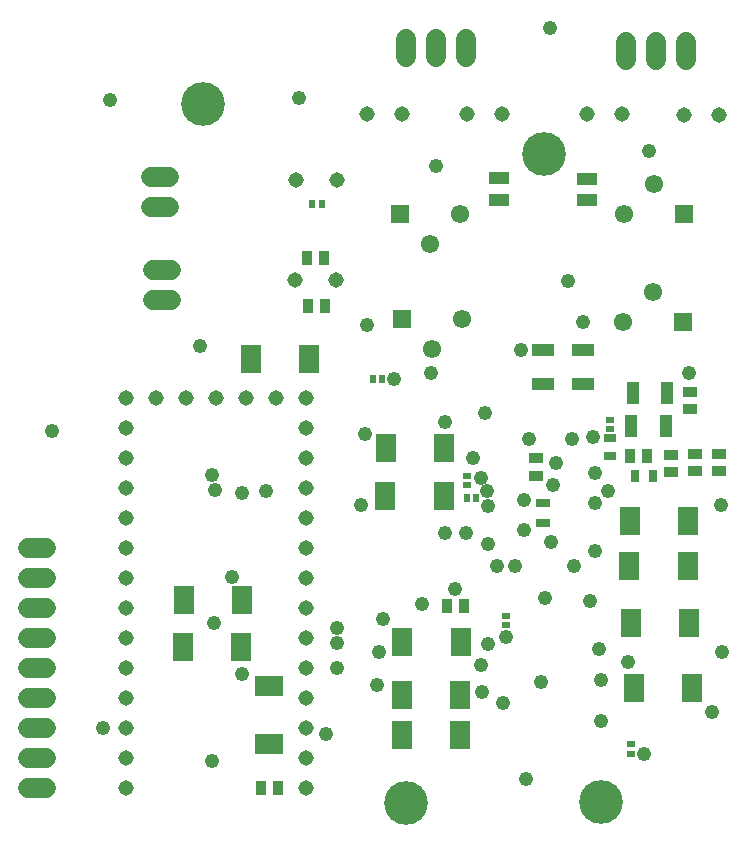
<source format=gbr>
G04 EAGLE Gerber RS-274X export*
G75*
%MOMM*%
%FSLAX34Y34*%
%LPD*%
%INSoldermask Top*%
%IPPOS*%
%AMOC8*
5,1,8,0,0,1.08239X$1,22.5*%
G01*
%ADD10C,3.703200*%
%ADD11R,0.914400X1.168400*%
%ADD12R,1.168400X0.914400*%
%ADD13R,0.533200X0.803200*%
%ADD14R,0.803200X0.533200*%
%ADD15R,1.006400X1.953200*%
%ADD16R,1.803400X2.413000*%
%ADD17R,0.703200X1.003200*%
%ADD18R,1.003200X0.703200*%
%ADD19C,1.311200*%
%ADD20R,1.653200X1.006400*%
%ADD21R,1.953200X1.006400*%
%ADD22R,1.549400X1.549400*%
%ADD23C,1.549400*%
%ADD24C,1.727200*%
%ADD25R,1.203200X0.756400*%
%ADD26R,2.413000X1.803400*%
%ADD27C,1.209600*%


D10*
X365760Y35560D03*
X482600Y585470D03*
X530860Y36830D03*
X194310Y627380D03*
D11*
X282256Y497065D03*
X296734Y497065D03*
X243602Y48352D03*
X258080Y48352D03*
D12*
X606891Y369385D03*
X606891Y383863D03*
D11*
X283145Y456047D03*
X297623Y456047D03*
D13*
X295260Y542760D03*
X286960Y542760D03*
D14*
X418113Y304491D03*
X418113Y312791D03*
D13*
X346172Y394440D03*
X337872Y394440D03*
X425812Y294188D03*
X417512Y294188D03*
D12*
X475829Y312812D03*
X475829Y327290D03*
D15*
X558255Y382384D03*
X587287Y382384D03*
X586017Y354444D03*
X556985Y354444D03*
D16*
X397921Y295297D03*
X348645Y295297D03*
D17*
X560071Y312074D03*
X575071Y312074D03*
D18*
X538591Y344594D03*
X538591Y329594D03*
D14*
X538491Y351964D03*
X538491Y360264D03*
D19*
X271850Y478270D03*
X306850Y478270D03*
X273030Y563150D03*
X308030Y563150D03*
D14*
X556389Y77334D03*
X556389Y85634D03*
D19*
X281520Y47963D03*
X281520Y73363D03*
X281520Y98763D03*
X281520Y124163D03*
X281520Y149563D03*
X281520Y174963D03*
X281520Y200363D03*
X281520Y225763D03*
X281520Y251163D03*
X281520Y276563D03*
X281520Y301963D03*
X281520Y327363D03*
X281520Y352763D03*
X281520Y378163D03*
X256120Y378163D03*
X230720Y378163D03*
X205320Y378163D03*
X179920Y378163D03*
X154520Y378163D03*
X129120Y378163D03*
X129120Y352763D03*
X129120Y327363D03*
X129120Y301963D03*
X129120Y276563D03*
X129120Y251163D03*
X129120Y225763D03*
X129120Y200363D03*
X129120Y174963D03*
X129120Y149563D03*
X129120Y124163D03*
X129120Y98763D03*
X129120Y73363D03*
X129120Y47963D03*
D16*
X227379Y207414D03*
X178103Y207414D03*
X226568Y167640D03*
X177292Y167640D03*
X284020Y411911D03*
X234744Y411911D03*
X412346Y171990D03*
X363070Y171990D03*
X606057Y188247D03*
X556781Y188247D03*
X604660Y274706D03*
X555384Y274706D03*
X604533Y236141D03*
X555257Y236141D03*
X411980Y127307D03*
X362704Y127307D03*
X411795Y92928D03*
X362519Y92928D03*
X608679Y132682D03*
X559403Y132682D03*
X348956Y335970D03*
X398232Y335970D03*
D11*
X415647Y202443D03*
X401169Y202443D03*
D14*
X450823Y185900D03*
X450823Y194200D03*
D20*
X519519Y546193D03*
X519519Y564225D03*
X444509Y546286D03*
X444509Y564318D03*
D21*
X482305Y419134D03*
X482305Y390102D03*
X515771Y418966D03*
X515771Y389934D03*
D22*
X362749Y444995D03*
D23*
X388149Y419595D03*
X413549Y444995D03*
D22*
X361320Y534524D03*
D23*
X386720Y509124D03*
X412120Y534524D03*
D22*
X600303Y443041D03*
D23*
X574903Y468441D03*
X549503Y443041D03*
D22*
X601099Y534084D03*
D23*
X575699Y559484D03*
X550299Y534084D03*
D19*
X519025Y618790D03*
X549025Y618790D03*
X447368Y618780D03*
X417368Y618780D03*
D24*
X417200Y666870D02*
X417200Y682110D01*
X391800Y682110D02*
X391800Y666870D01*
X366400Y666870D02*
X366400Y682110D01*
X603080Y680250D02*
X603080Y665010D01*
X577680Y665010D02*
X577680Y680250D01*
X552280Y680250D02*
X552280Y665010D01*
X165580Y565620D02*
X150340Y565620D01*
X150340Y540220D02*
X165580Y540220D01*
X166850Y486880D02*
X151610Y486880D01*
X151610Y461480D02*
X166850Y461480D01*
X61328Y48035D02*
X46088Y48035D01*
X46088Y73435D02*
X61328Y73435D01*
X61328Y98835D02*
X46088Y98835D01*
X46088Y124235D02*
X61328Y124235D01*
X61328Y149635D02*
X46088Y149635D01*
X46088Y175035D02*
X61328Y175035D01*
X61328Y200435D02*
X46088Y200435D01*
X46088Y225835D02*
X61328Y225835D01*
X61328Y251235D02*
X46088Y251235D01*
D19*
X631558Y618028D03*
X601558Y618028D03*
X333143Y619034D03*
X363143Y619034D03*
D12*
X610706Y316642D03*
X610706Y331120D03*
X631190Y331089D03*
X631190Y316611D03*
D25*
X481706Y272806D03*
X481706Y289338D03*
D12*
X590126Y316052D03*
X590126Y330530D03*
D11*
X570360Y329214D03*
X555882Y329214D03*
D26*
X250038Y134581D03*
X250038Y85305D03*
D27*
X346710Y191770D03*
X203200Y187960D03*
X109220Y99060D03*
X407670Y217170D03*
X416560Y264160D03*
X398780Y264160D03*
X398780Y358140D03*
X342900Y163830D03*
X227330Y144780D03*
X218440Y227330D03*
X341630Y135890D03*
X327660Y288290D03*
X450850Y176530D03*
X567690Y77470D03*
X466090Y292100D03*
X434340Y299720D03*
X355600Y394970D03*
X458470Y236220D03*
X379730Y204470D03*
X66040Y350520D03*
X191770Y422910D03*
X115570Y631190D03*
X275590Y632460D03*
X487680Y692150D03*
X571500Y588010D03*
X502920Y477520D03*
X391160Y575310D03*
X201930Y71120D03*
X467360Y55880D03*
X483870Y209550D03*
X632460Y288290D03*
X429260Y311150D03*
X387350Y400050D03*
X605790Y400050D03*
X332740Y440690D03*
X422910Y327660D03*
X492760Y323850D03*
X490220Y304800D03*
X537210Y299720D03*
X525780Y289560D03*
X525780Y314960D03*
X466090Y266700D03*
X488950Y256540D03*
X435610Y255270D03*
X521970Y207010D03*
X443230Y236220D03*
X530860Y139700D03*
X435610Y287020D03*
X307340Y184150D03*
X429260Y152400D03*
X480060Y138430D03*
X307340Y171450D03*
X307340Y149860D03*
X529590Y166370D03*
X525780Y248920D03*
X508000Y236220D03*
X633730Y163830D03*
X553720Y154940D03*
X430530Y129540D03*
X448310Y120650D03*
X201930Y313690D03*
X298450Y93980D03*
X331470Y347980D03*
X624840Y113030D03*
X435610Y170180D03*
X433197Y366141D03*
X469900Y344170D03*
X515620Y443230D03*
X463550Y419100D03*
X524510Y345440D03*
X506730Y344170D03*
X227330Y298450D03*
X204470Y300990D03*
X247650Y299720D03*
X530860Y105410D03*
M02*

</source>
